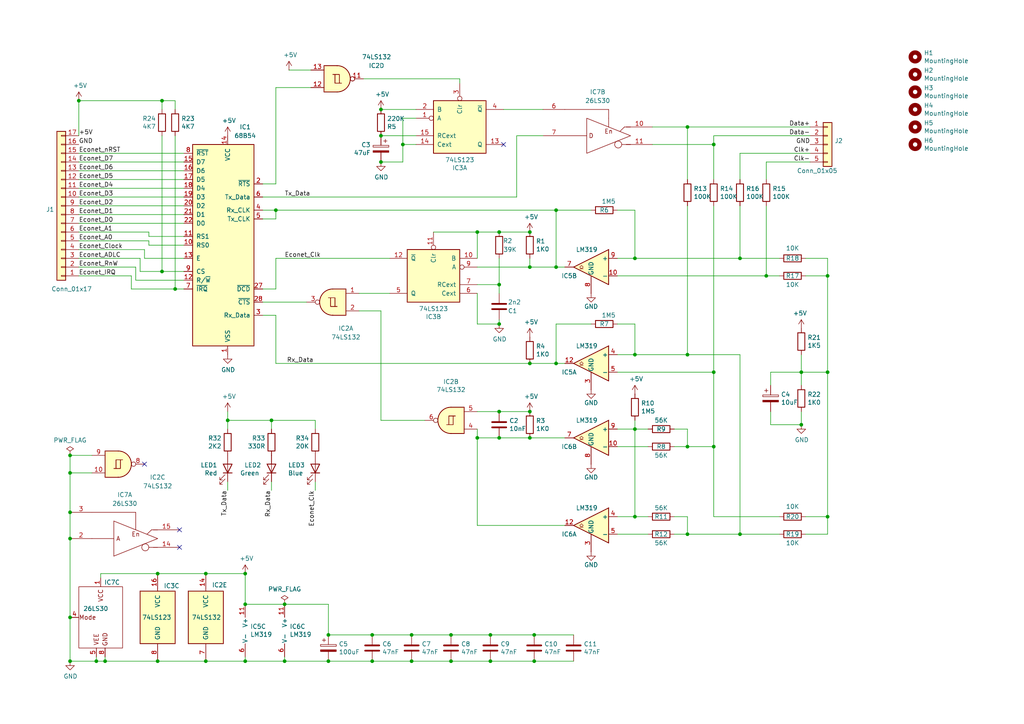
<source format=kicad_sch>
(kicad_sch (version 20250114) (generator "eeschema") (generator_version "9.0")
  (paper "A4")
  (title_block (title "Econet Module") (date "2025-03-17") (rev "01b") (company "Ken Lowe") (comment 1 "Rev 01: Initial Release") (comment 2 "Rev 01a: Correction to silkscreen") (comment 3 "Rev 01b: Added data activity and clock LEDs"))
  (lib_symbols
    (symbol "74xx:74LS132" (pin_names (offset 1.016))
      (property "Reference" "U" (at 0 1.27 0))
      (property "Value" "74LS132" (at 0 -1.27 0))
      (symbol "74LS132_1_1"
        (pin input line (at -7.62 2.54 0) (length 3.81) (name "~") (number "1"))
        (pin input line (at -7.62 -2.54 0) (length 3.81) (name "~") (number "2"))
        (pin output inverted (at 7.62 0 180) (length 3.81) (name "~") (number "3"))
      )
      (symbol "74LS132_1_2"
        (pin input inverted (at -7.62 2.54 0) (length 4.318) (name "~") (number "1"))
        (pin input inverted (at -7.62 -2.54 0) (length 4.318) (name "~") (number "2"))
        (pin output line (at 7.62 0 180) (length 3.81) (name "~") (number "3"))
      )
      (symbol "74LS132_2_1"
        (pin input line (at -7.62 2.54 0) (length 3.81) (name "~") (number "4"))
        (pin input line (at -7.62 -2.54 0) (length 3.81) (name "~") (number "5"))
        (pin output inverted (at 7.62 0 180) (length 3.81) (name "~") (number "6"))
      )
      (symbol "74LS132_2_2"
        (pin input inverted (at -7.62 2.54 0) (length 4.318) (name "~") (number "4"))
        (pin input inverted (at -7.62 -2.54 0) (length 4.318) (name "~") (number "5"))
        (pin output line (at 7.62 0 180) (length 3.81) (name "~") (number "6"))
      )
      (symbol "74LS132_3_1"
        (pin input line (at -7.62 2.54 0) (length 3.81) (name "~") (number "9"))
        (pin input line (at -7.62 -2.54 0) (length 3.81) (name "~") (number "10"))
        (pin output inverted (at 7.62 0 180) (length 3.81) (name "~") (number "8"))
      )
      (symbol "74LS132_3_2"
        (pin input inverted (at -7.62 2.54 0) (length 4.318) (name "~") (number "9"))
        (pin input inverted (at -7.62 -2.54 0) (length 4.318) (name "~") (number "10"))
        (pin output line (at 7.62 0 180) (length 3.81) (name "~") (number "8"))
      )
      (symbol "74LS132_4_1"
        (pin input line (at -7.62 2.54 0) (length 3.81) (name "~") (number "12"))
        (pin input line (at -7.62 -2.54 0) (length 3.81) (name "~") (number "13"))
        (pin output inverted (at 7.62 0 180) (length 3.81) (name "~") (number "11"))
      )
      (symbol "74LS132_4_2"
        (pin input inverted (at -7.62 2.54 0) (length 4.318) (name "~") (number "12"))
        (pin input inverted (at -7.62 -2.54 0) (length 4.318) (name "~") (number "13"))
        (pin output line (at 7.62 0 180) (length 3.81) (name "~") (number "11"))
      )
      (symbol "74LS132_5_0"
        (pin power_in line (at 0 12.7 270) (length 5.08) (name "VCC") (number "14"))
        (pin power_in line (at 0 -12.7 90) (length 5.08) (name "GND") (number "7"))
      )
    )
    (symbol "Comparator:LM319" (pin_names (offset 0.127))
      (property "Reference" "U" (at 0 6.35 0))
      (property "Value" "LM319" (at 0 3.81 0))
      (symbol "LM319_1_1"
        (pin input line (at -7.62 2.54 0) (length 2.54) (name "+") (number "4"))
        (pin input line (at -7.62 -2.54 0) (length 2.54) (name "-") (number "5"))
        (pin no_connect line (at 0 2.54 270) (length 2.54) (hide yes) (name "NC") (number "2"))
        (pin no_connect line (at 0 -2.54 90) (length 2.54) (hide yes) (name "NC") (number "1"))
        (pin passive line (at 0 -7.62 90) (length 5.08) (name "GND") (number "3"))
        (pin open_collector line (at 7.62 0 180) (length 2.54) (name "~") (number "12"))
      )
      (symbol "LM319_2_1"
        (pin input line (at -7.62 2.54 0) (length 2.54) (name "+") (number "9"))
        (pin input line (at -7.62 -2.54 0) (length 2.54) (name "-") (number "10"))
        (pin no_connect line (at 0 2.54 270) (length 2.54) (hide yes) (name "NC") (number "14"))
        (pin no_connect line (at 0 -2.54 90) (length 2.54) (hide yes) (name "NC") (number "13"))
        (pin passive line (at 0 -7.62 90) (length 5.08) (name "GND") (number "8"))
        (pin open_collector line (at 7.62 0 180) (length 2.54) (name "~") (number "7"))
      )
      (symbol "LM319_3_1"
        (pin power_in line (at -2.54 7.62 270) (length 3.81) (name "V+") (number "11"))
        (pin power_in line (at -2.54 -7.62 90) (length 3.81) (name "V-") (number "6"))
      )
    )
    (symbol "Connector_Generic:Conn_01x05" (pin_names (offset 1.016) (hide yes))
      (property "Reference" "J" (at 0 7.62 0))
      (property "Value" "Conn_01x05" (at 0 -7.62 0))
      (symbol "Conn_01x05_1_1"
        (pin passive line (at -5.08 5.08 0) (length 3.81) (name "Pin_1") (number "1"))
        (pin passive line (at -5.08 2.54 0) (length 3.81) (name "Pin_2") (number "2"))
        (pin passive line (at -5.08 0 0) (length 3.81) (name "Pin_3") (number "3"))
        (pin passive line (at -5.08 -2.54 0) (length 3.81) (name "Pin_4") (number "4"))
        (pin passive line (at -5.08 -5.08 0) (length 3.81) (name "Pin_5") (number "5"))
      )
    )
    (symbol "Connector_Generic:Conn_01x17" (pin_names (offset 1.016) (hide yes))
      (property "Reference" "J" (at 0 22.86 0))
      (property "Value" "Conn_01x17" (at 0 -22.86 0))
      (symbol "Conn_01x17_1_1"
        (pin passive line (at -5.08 20.32 0) (length 3.81) (name "Pin_1") (number "1"))
        (pin passive line (at -5.08 17.78 0) (length 3.81) (name "Pin_2") (number "2"))
        (pin passive line (at -5.08 15.24 0) (length 3.81) (name "Pin_3") (number "3"))
        (pin passive line (at -5.08 12.7 0) (length 3.81) (name "Pin_4") (number "4"))
        (pin passive line (at -5.08 10.16 0) (length 3.81) (name "Pin_5") (number "5"))
        (pin passive line (at -5.08 7.62 0) (length 3.81) (name "Pin_6") (number "6"))
        (pin passive line (at -5.08 5.08 0) (length 3.81) (name "Pin_7") (number "7"))
        (pin passive line (at -5.08 2.54 0) (length 3.81) (name "Pin_8") (number "8"))
        (pin passive line (at -5.08 0 0) (length 3.81) (name "Pin_9") (number "9"))
        (pin passive line (at -5.08 -2.54 0) (length 3.81) (name "Pin_10") (number "10"))
        (pin passive line (at -5.08 -5.08 0) (length 3.81) (name "Pin_11") (number "11"))
        (pin passive line (at -5.08 -7.62 0) (length 3.81) (name "Pin_12") (number "12"))
        (pin passive line (at -5.08 -10.16 0) (length 3.81) (name "Pin_13") (number "13"))
        (pin passive line (at -5.08 -12.7 0) (length 3.81) (name "Pin_14") (number "14"))
        (pin passive line (at -5.08 -15.24 0) (length 3.81) (name "Pin_15") (number "15"))
        (pin passive line (at -5.08 -17.78 0) (length 3.81) (name "Pin_16") (number "16"))
        (pin passive line (at -5.08 -20.32 0) (length 3.81) (name "Pin_17") (number "17"))
      )
    )
    (symbol "Device:C" (pin_numbers (hide yes)) (pin_names (offset 0.254))
      (property "Reference" "C" (at 0.635 2.54 0))
      (property "Value" "C" (at 0.635 -2.54 0))
      (symbol "C_1_1"
        (pin passive line (at 0 3.81 270) (length 2.794) (name "~") (number "1"))
        (pin passive line (at 0 -3.81 90) (length 2.794) (name "~") (number "2"))
      )
    )
    (symbol "Device:C_Polarized" (pin_numbers (hide yes)) (pin_names (offset 0.254))
      (property "Reference" "C" (at 0.635 2.54 0))
      (property "Value" "C_Polarized" (at 0.635 -2.54 0))
      (symbol "C_Polarized_1_1"
        (pin passive line (at 0 3.81 270) (length 2.794) (name "~") (number "1"))
        (pin passive line (at 0 -3.81 90) (length 2.794) (name "~") (number "2"))
      )
    )
    (symbol "Device:LED" (pin_numbers (hide yes)) (pin_names (offset 1.016) (hide yes))
      (property "Reference" "D" (at 0 2.54 0))
      (property "Value" "LED" (at 0 -2.54 0))
      (symbol "LED_1_1"
        (pin passive line (at -3.81 0 0) (length 2.54) (name "K") (number "1"))
        (pin passive line (at 3.81 0 180) (length 2.54) (name "A") (number "2"))
      )
    )
    (symbol "Device:R" (pin_numbers (hide yes)) (pin_names (offset 0))
      (property "Reference" "R" (at 2.032 0 90))
      (property "Value" "R" (at 0 0 90))
      (symbol "R_1_1"
        (pin passive line (at 0 3.81 270) (length 1.27) (name "~") (number "1"))
        (pin passive line (at 0 -3.81 90) (length 1.27) (name "~") (number "2"))
      )
    )
    (symbol "EconetModule:74LS123" (pin_names (offset 1.016))
      (property "Reference" "U" (at -7.62 8.89 0))
      (property "Value" "74LS123" (at -7.62 -8.89 0))
      (symbol "74LS123_1_0"
        (pin input line (at -12.7 5.08 0) (length 5.08) (name "Cext") (number "14"))
        (pin input line (at -12.7 2.54 0) (length 5.08) (name "RCext") (number "15"))
        (pin input inverted (at -12.7 -2.54 0) (length 5.08) (name "A") (number "1"))
        (pin input line (at -12.7 -5.08 0) (length 5.08) (name "B") (number "2"))
        (pin input inverted (at 0 -12.7 90) (length 5.08) (name "Clr") (number "3"))
        (pin output line (at 12.7 5.08 180) (length 5.08) (name "Q") (number "13"))
        (pin output line (at 12.7 -5.08 180) (length 5.08) (name "~{Q}") (number "4"))
      )
      (symbol "74LS123_2_0"
        (pin input line (at -12.7 5.08 0) (length 5.08) (name "Cext") (number "6"))
        (pin input line (at -12.7 2.54 0) (length 5.08) (name "RCext") (number "7"))
        (pin input inverted (at -12.7 -2.54 0) (length 5.08) (name "A") (number "9"))
        (pin input line (at -12.7 -5.08 0) (length 5.08) (name "B") (number "10"))
        (pin input inverted (at 0 -12.7 90) (length 5.08) (name "Clr") (number "11"))
        (pin output line (at 12.7 5.08 180) (length 5.08) (name "Q") (number "5"))
        (pin output line (at 12.7 -5.08 180) (length 5.08) (name "~{Q}") (number "12"))
      )
      (symbol "74LS123_3_0"
        (pin power_in line (at 0 12.7 270) (length 5.08) (name "VCC") (number "16"))
        (pin power_in line (at 0 -12.7 90) (length 5.08) (name "GND") (number "8"))
      )
    )
    (symbol "EconetModule:MC26LS30" (pin_names (offset 1.016) (hide yes))
      (property "Reference" "U" (at -17.78 11.43 0))
      (property "Value" "MC26LS30" (at 5.08 6.35 0))
      (symbol "MC26LS30_1_0"
        (text "A" (at -5.08 0 0) (effects (font (size 1.27 1.27))))
        (text "En" (at 0 1.27 0) (effects (font (size 1.27 1.27))))
      )
      (symbol "MC26LS30_1_1"
        (pin input line (at -19.05 7.62 0) (length 6.35) (name "/EnableAB") (number "3"))
        (pin input line (at -19.05 0 0) (length 6.35) (name "InputA") (number "2"))
        (pin tri_state line (at 12.7 2.54 180) (length 7.62) (name "OutA") (number "15"))
        (pin tri_state line (at 12.7 -2.54 180) (length 7.62) (name "OutB") (number "14"))
      )
      (symbol "MC26LS30_2_0"
        (text "D" (at -5.08 0 0) (effects (font (size 1.27 1.27))))
        (text "En" (at 0 1.27 0) (effects (font (size 1.27 1.27))))
      )
      (symbol "MC26LS30_2_1"
        (pin input line (at -19.05 7.62 0) (length 6.35) (name "EnableCD") (number "6"))
        (pin input line (at -19.05 0 0) (length 6.35) (name "InputD") (number "7"))
        (pin tri_state line (at 12.7 2.54 180) (length 7.62) (name "OutD") (number "10"))
        (pin tri_state line (at 12.7 -2.54 180) (length 7.62) (name "OutC") (number "11"))
      )
      (symbol "MC26LS30_3_0"
        (text "Mode" (at -12.7 2.54 0) (effects (font (size 1.27 1.27))))
        (text "VEE" (at -10.16 -3.81 900) (effects (font (size 1.27 1.27))))
        (text "VCC" (at -8.89 8.89 900) (effects (font (size 1.27 1.27))))
        (text "GND" (at -7.62 -3.81 900) (effects (font (size 1.27 1.27))))
        (pin input line (at -17.78 2.54 0) (length 2.54) (name "Mode") (number "4"))
        (pin power_in line (at -10.16 -8.89 90) (length 2.54) (name "GND") (number "5"))
        (pin power_in line (at -8.89 13.97 270) (length 2.54) (name "VCC") (number "1"))
        (pin power_in line (at -7.62 -8.89 90) (length 2.54) (name "VEE") (number "8"))
        (pin no_connect non_logic (at 0 2.54 180) (length 2.54) (hide yes) (name "") (number "9"))
        (pin no_connect non_logic (at 0 0 180) (length 2.54) (hide yes) (name "") (number "12"))
        (pin no_connect non_logic (at 0 -2.54 180) (length 2.54) (hide yes) (name "") (number "13"))
        (pin no_connect non_logic (at 0 -5.08 180) (length 2.54) (hide yes) (name "") (number "16"))
      )
    )
    (symbol "EconetModule:MC6854" (pin_names (offset 1.016))
      (property "Reference" "U" (at -7.366 31.75 0))
      (property "Value" "MC6854" (at 10.414 31.75 0))
      (symbol "MC6854_1_1"
        (pin input line (at -12.7 27.94 0) (length 2.54) (name "~{RST}") (number "8"))
        (pin bidirectional line (at -12.7 25.4 0) (length 2.54) (name "D7") (number "15"))
        (pin bidirectional line (at -12.7 22.86 0) (length 2.54) (name "D6") (number "16"))
        (pin bidirectional line (at -12.7 20.32 0) (length 2.54) (name "D5") (number "17"))
        (pin bidirectional line (at -12.7 17.78 0) (length 2.54) (name "D4") (number "18"))
        (pin bidirectional line (at -12.7 15.24 0) (length 2.54) (name "D3") (number "19"))
        (pin bidirectional line (at -12.7 12.7 0) (length 2.54) (name "D2") (number "20"))
        (pin bidirectional line (at -12.7 10.16 0) (length 2.54) (name "D1") (number "21"))
        (pin bidirectional line (at -12.7 7.62 0) (length 2.54) (name "D0") (number "22"))
        (pin input line (at -12.7 3.81 0) (length 2.54) (name "RS1") (number "11"))
        (pin input line (at -12.7 1.27 0) (length 2.54) (name "RS0") (number "10"))
        (pin input line (at -12.7 -2.54 0) (length 2.54) (name "E") (number "13"))
        (pin input line (at -12.7 -6.35 0) (length 2.54) (name "CS") (number "9"))
        (pin input line (at -12.7 -8.89 0) (length 2.54) (name "R/~{W}") (number "12"))
        (pin output line (at -12.7 -11.43 0) (length 2.54) (name "~{IRQ}") (number "7"))
        (pin no_connect line (at -12.7 -15.24 0) (length 2.54) (hide yes) (name "N/C") (number "23"))
        (pin no_connect line (at -12.7 -17.78 0) (length 2.54) (hide yes) (name "N/C") (number "24"))
        (pin no_connect line (at -12.7 -20.32 0) (length 2.54) (hide yes) (name "N/C") (number "25"))
        (pin no_connect line (at -12.7 -22.86 0) (length 2.54) (hide yes) (name "N/C") (number "26"))
        (pin power_in line (at 0 33.02 270) (length 2.54) (name "VCC") (number "14"))
        (pin power_in line (at 0 -30.48 90) (length 2.54) (name "VSS") (number "1"))
        (pin output line (at 10.16 19.05 180) (length 2.54) (name "~{RTS}") (number "2"))
        (pin output line (at 10.16 15.24 180) (length 2.54) (name "Tx_Data") (number "6"))
        (pin input line (at 10.16 11.43 180) (length 2.54) (name "Rx_CLK") (number "4"))
        (pin input line (at 10.16 8.89 180) (length 2.54) (name "Tx_CLK") (number "5"))
        (pin input line (at 10.16 -11.43 180) (length 2.54) (name "~{DCD}") (number "27"))
        (pin input line (at 10.16 -15.24 180) (length 2.54) (name "~{CTS}") (number "28"))
        (pin input line (at 10.16 -19.05 180) (length 2.54) (name "Rx_Data") (number "3"))
      )
    )
    (symbol "Mechanical:MountingHole" (pin_names (offset 1.016))
      (property "Reference" "H" (at 0 5.08 0))
      (property "Value" "MountingHole" (at 0 3.175 0))
    )
    (symbol "power:+5V" (power) (pin_numbers (hide yes)) (pin_names (offset 0) (hide yes))
      (property "Value" "+5V" (at 0 3.556 0))
      (symbol "+5V_1_1"
        (pin power_in line (at 0 0 90) (length 0) (name "~") (number "1"))
      )
    )
    (symbol "power:GND" (power) (pin_numbers (hide yes)) (pin_names (offset 0) (hide yes))
      (property "Value" "GND" (at 0 -3.81 0))
      (symbol "GND_1_1"
        (pin power_in line (at 0 0 270) (length 0) (name "~") (number "1"))
      )
    )
    (symbol "power:PWR_FLAG" (power) (pin_numbers (hide yes)) (pin_names (offset 0) (hide yes))
      (property "Value" "PWR_FLAG" (at 0 3.81 0))
      (symbol "PWR_FLAG_0_0"
        (pin power_out line (at 0 0 90) (length 0) (name "pwr") (number "1"))
      )
    )
  )
  (junction (at 30.48 191.77))
  (junction (at 144.78 82.55))
  (junction (at 80.01 60.96))
  (junction (at 46.99 78.74))
  (junction (at 153.67 105.41))
  (junction (at 66.04 121.92))
  (junction (at 222.25 80.01))
  (junction (at 199.39 129.54))
  (junction (at 232.41 107.95))
  (junction (at 110.49 31.75))
  (junction (at 142.24 191.77))
  (junction (at 154.94 191.77))
  (junction (at 59.69 191.77))
  (junction (at 161.29 77.47))
  (junction (at 138.43 127))
  (junction (at 59.69 166.37))
  (junction (at 27.94 191.77))
  (junction (at 184.15 102.87))
  (junction (at 184.15 149.86))
  (junction (at 240.03 80.01))
  (junction (at 71.12 175.26))
  (junction (at 232.41 123.19))
  (junction (at 153.67 119.38))
  (junction (at 82.55 175.26))
  (junction (at 82.55 191.77))
  (junction (at 110.49 39.37))
  (junction (at 184.15 74.93))
  (junction (at 22.86 29.21))
  (junction (at 153.67 77.47))
  (junction (at 107.95 184.15))
  (junction (at 240.03 149.86))
  (junction (at 46.99 29.21))
  (junction (at 20.32 156.21))
  (junction (at 207.01 41.91))
  (junction (at 110.49 46.99))
  (junction (at 20.32 191.77))
  (junction (at 20.32 148.59))
  (junction (at 144.78 119.38))
  (junction (at 144.78 93.98))
  (junction (at 142.24 184.15))
  (junction (at 144.78 67.31))
  (junction (at 78.74 121.92))
  (junction (at 184.15 124.46))
  (junction (at 199.39 36.83))
  (junction (at 130.81 191.77))
  (junction (at 116.84 41.91))
  (junction (at 50.8 83.82))
  (junction (at 20.32 137.16))
  (junction (at 199.39 154.94))
  (junction (at 20.32 179.07))
  (junction (at 130.81 184.15))
  (junction (at 107.95 191.77))
  (junction (at 207.01 107.95))
  (junction (at 119.38 184.15))
  (junction (at 214.63 154.94))
  (junction (at 199.39 102.87))
  (junction (at 95.25 191.77))
  (junction (at 20.32 132.08))
  (junction (at 45.72 166.37))
  (junction (at 154.94 184.15))
  (junction (at 153.67 67.31))
  (junction (at 144.78 127))
  (junction (at 207.01 129.54))
  (junction (at 161.29 105.41))
  (junction (at 138.43 67.31))
  (junction (at 95.25 184.15))
  (junction (at 71.12 166.37))
  (junction (at 161.29 60.96))
  (junction (at 153.67 127))
  (junction (at 119.38 191.77))
  (junction (at 71.12 191.77))
  (junction (at 45.72 191.77))
  (junction (at 240.03 107.95))
  (junction (at 214.63 74.93))
  (no_connect (at 146.05 41.91))
  (no_connect (at 41.91 134.62))
  (no_connect (at 52.07 158.75))
  (no_connect (at 52.07 153.67))
  (wire (pts (xy 120.65 31.75) (xy 110.49 31.75)))
  (wire (pts (xy 66.04 121.92) (xy 78.74 121.92)))
  (wire (pts (xy 43.18 67.31) (xy 43.18 68.58)))
  (wire (pts (xy 46.99 31.75) (xy 46.99 29.21)))
  (wire (pts (xy 116.84 34.29) (xy 120.65 34.29)))
  (wire (pts (xy 153.67 74.93) (xy 153.67 77.47)))
  (wire (pts (xy 39.37 81.28) (xy 53.34 81.28)))
  (wire (pts (xy 22.86 46.99) (xy 53.34 46.99)))
  (wire (pts (xy 179.07 74.93) (xy 184.15 74.93)))
  (wire (pts (xy 240.03 149.86) (xy 240.03 154.94)))
  (wire (pts (xy 195.58 124.46) (xy 199.39 124.46)))
  (wire (pts (xy 43.18 69.85) (xy 43.18 71.12)))
  (wire (pts (xy 119.38 184.15) (xy 130.81 184.15)))
  (wire (pts (xy 146.05 31.75) (xy 157.48 31.75)))
  (wire (pts (xy 20.32 137.16) (xy 20.32 148.59)))
  (wire (pts (xy 76.2 60.96) (xy 80.01 60.96)))
  (wire (pts (xy 20.32 148.59) (xy 20.32 156.21)))
  (wire (pts (xy 184.15 74.93) (xy 214.63 74.93)))
  (wire (pts (xy 22.86 80.01) (xy 38.1 80.01)))
  (wire (pts (xy 22.86 57.15) (xy 53.34 57.15)))
  (wire (pts (xy 240.03 74.93) (xy 240.03 80.01)))
  (wire (pts (xy 184.15 121.92) (xy 184.15 124.46)))
  (wire (pts (xy 76.2 83.82) (xy 80.01 83.82)))
  (wire (pts (xy 82.55 175.26) (xy 71.12 175.26)))
  (wire (pts (xy 199.39 102.87) (xy 214.63 102.87)))
  (wire (pts (xy 30.48 191.77) (xy 45.72 191.77)))
  (wire (pts (xy 138.43 152.4) (xy 163.83 152.4)))
  (wire (pts (xy 95.25 191.77) (xy 107.95 191.77)))
  (wire (pts (xy 214.63 52.07) (xy 214.63 44.45)))
  (wire (pts (xy 110.49 46.99) (xy 116.84 46.99)))
  (wire (pts (xy 38.1 83.82) (xy 50.8 83.82)))
  (wire (pts (xy 138.43 67.31) (xy 144.78 67.31)))
  (wire (pts (xy 144.78 82.55) (xy 144.78 85.09)))
  (wire (pts (xy 20.32 132.08) (xy 26.67 132.08)))
  (wire (pts (xy 195.58 154.94) (xy 199.39 154.94)))
  (wire (pts (xy 80.01 60.96) (xy 161.29 60.96)))
  (wire (pts (xy 119.38 191.77) (xy 107.95 191.77)))
  (wire (pts (xy 240.03 107.95) (xy 240.03 149.86)))
  (wire (pts (xy 207.01 107.95) (xy 207.01 129.54)))
  (wire (pts (xy 22.86 67.31) (xy 43.18 67.31)))
  (wire (pts (xy 82.55 175.26) (xy 95.25 175.26)))
  (wire (pts (xy 43.18 71.12) (xy 53.34 71.12)))
  (wire (pts (xy 30.48 190.5) (xy 30.48 191.77)))
  (wire (pts (xy 207.01 59.69) (xy 207.01 107.95)))
  (wire (pts (xy 138.43 77.47) (xy 153.67 77.47)))
  (wire (pts (xy 149.86 39.37) (xy 157.48 39.37)))
  (wire (pts (xy 184.15 93.98) (xy 184.15 102.87)))
  (wire (pts (xy 66.04 121.92) (xy 66.04 119.38)))
  (wire (pts (xy 27.94 191.77) (xy 30.48 191.77)))
  (wire (pts (xy 105.41 22.86) (xy 133.35 22.86)))
  (wire (pts (xy 22.86 69.85) (xy 43.18 69.85)))
  (wire (pts (xy 22.86 49.53) (xy 53.34 49.53)))
  (wire (pts (xy 179.07 154.94) (xy 187.96 154.94)))
  (wire (pts (xy 199.39 149.86) (xy 199.39 154.94)))
  (wire (pts (xy 110.49 121.92) (xy 123.19 121.92)))
  (wire (pts (xy 223.52 111.76) (xy 223.52 107.95)))
  (wire (pts (xy 80.01 53.34) (xy 76.2 53.34)))
  (wire (pts (xy 116.84 34.29) (xy 116.84 41.91)))
  (wire (pts (xy 222.25 52.07) (xy 222.25 46.99)))
  (wire (pts (xy 153.67 105.41) (xy 161.29 105.41)))
  (wire (pts (xy 149.86 39.37) (xy 149.86 57.15)))
  (wire (pts (xy 154.94 184.15) (xy 166.37 184.15)))
  (wire (pts (xy 138.43 85.09) (xy 138.43 93.98)))
  (wire (pts (xy 95.25 184.15) (xy 107.95 184.15)))
  (wire (pts (xy 20.32 191.77) (xy 27.94 191.77)))
  (wire (pts (xy 184.15 124.46) (xy 187.96 124.46)))
  (wire (pts (xy 130.81 184.15) (xy 142.24 184.15)))
  (wire (pts (xy 59.69 166.37) (xy 71.12 166.37)))
  (wire (pts (xy 144.78 74.93) (xy 144.78 82.55)))
  (wire (pts (xy 233.68 80.01) (xy 240.03 80.01)))
  (wire (pts (xy 20.32 137.16) (xy 26.67 137.16)))
  (wire (pts (xy 22.86 62.23) (xy 53.34 62.23)))
  (wire (pts (xy 207.01 129.54) (xy 207.01 149.86)))
  (wire (pts (xy 104.14 90.17) (xy 110.49 90.17)))
  (wire (pts (xy 78.74 121.92) (xy 91.44 121.92)))
  (wire (pts (xy 240.03 74.93) (xy 233.68 74.93)))
  (wire (pts (xy 199.39 36.83) (xy 234.95 36.83)))
  (wire (pts (xy 46.99 78.74) (xy 53.34 78.74)))
  (wire (pts (xy 50.8 39.37) (xy 50.8 83.82)))
  (wire (pts (xy 45.72 191.77) (xy 59.69 191.77)))
  (wire (pts (xy 179.07 102.87) (xy 184.15 102.87)))
  (wire (pts (xy 189.23 41.91) (xy 207.01 41.91)))
  (wire (pts (xy 78.74 139.7) (xy 78.74 142.24)))
  (wire (pts (xy 59.69 191.77) (xy 71.12 191.77)))
  (wire (pts (xy 161.29 60.96) (xy 161.29 77.47)))
  (wire (pts (xy 138.43 74.93) (xy 138.43 67.31)))
  (wire (pts (xy 161.29 93.98) (xy 171.45 93.98)))
  (wire (pts (xy 41.91 72.39) (xy 41.91 74.93)))
  (wire (pts (xy 144.78 127) (xy 153.67 127)))
  (wire (pts (xy 232.41 111.76) (xy 232.41 107.95)))
  (wire (pts (xy 161.29 60.96) (xy 171.45 60.96)))
  (wire (pts (xy 138.43 119.38) (xy 144.78 119.38)))
  (wire (pts (xy 189.23 36.83) (xy 199.39 36.83)))
  (wire (pts (xy 80.01 60.96) (xy 80.01 63.5)))
  (wire (pts (xy 154.94 191.77) (xy 142.24 191.77)))
  (wire (pts (xy 80.01 105.41) (xy 153.67 105.41)))
  (wire (pts (xy 22.86 52.07) (xy 53.34 52.07)))
  (wire (pts (xy 107.95 184.15) (xy 119.38 184.15)))
  (wire (pts (xy 153.67 77.47) (xy 161.29 77.47)))
  (wire (pts (xy 20.32 179.07) (xy 20.32 191.77)))
  (wire (pts (xy 43.18 68.58) (xy 53.34 68.58)))
  (wire (pts (xy 83.82 20.32) (xy 90.17 20.32)))
  (wire (pts (xy 207.01 39.37) (xy 207.01 41.91)))
  (wire (pts (xy 22.86 29.21) (xy 22.86 39.37)))
  (wire (pts (xy 144.78 119.38) (xy 153.67 119.38)))
  (wire (pts (xy 22.86 77.47) (xy 39.37 77.47)))
  (wire (pts (xy 161.29 105.41) (xy 163.83 105.41)))
  (wire (pts (xy 199.39 129.54) (xy 207.01 129.54)))
  (wire (pts (xy 232.41 123.19) (xy 232.41 119.38)))
  (wire (pts (xy 20.32 132.08) (xy 20.32 137.16)))
  (wire (pts (xy 91.44 124.46) (xy 91.44 121.92)))
  (wire (pts (xy 142.24 184.15) (xy 154.94 184.15)))
  (wire (pts (xy 233.68 149.86) (xy 240.03 149.86)))
  (wire (pts (xy 240.03 107.95) (xy 232.41 107.95)))
  (wire (pts (xy 66.04 139.7) (xy 66.04 142.24)))
  (wire (pts (xy 22.86 54.61) (xy 53.34 54.61)))
  (wire (pts (xy 71.12 191.77) (xy 71.12 190.5)))
  (wire (pts (xy 40.64 74.93) (xy 40.64 78.74)))
  (wire (pts (xy 66.04 124.46) (xy 66.04 121.92)))
  (wire (pts (xy 179.07 149.86) (xy 184.15 149.86)))
  (wire (pts (xy 78.74 124.46) (xy 78.74 121.92)))
  (wire (pts (xy 95.25 191.77) (xy 82.55 191.77)))
  (wire (pts (xy 232.41 102.87) (xy 232.41 107.95)))
  (wire (pts (xy 45.72 166.37) (xy 29.21 166.37)))
  (wire (pts (xy 22.86 59.69) (xy 53.34 59.69)))
  (wire (pts (xy 199.39 124.46) (xy 199.39 129.54)))
  (wire (pts (xy 22.86 64.77) (xy 53.34 64.77)))
  (wire (pts (xy 76.2 63.5) (xy 80.01 63.5)))
  (wire (pts (xy 138.43 93.98) (xy 144.78 93.98)))
  (wire (pts (xy 80.01 83.82) (xy 80.01 74.93)))
  (wire (pts (xy 184.15 60.96) (xy 184.15 74.93)))
  (wire (pts (xy 184.15 102.87) (xy 199.39 102.87)))
  (wire (pts (xy 50.8 29.21) (xy 46.99 29.21)))
  (wire (pts (xy 110.49 90.17) (xy 110.49 121.92)))
  (wire (pts (xy 116.84 41.91) (xy 120.65 41.91)))
  (wire (pts (xy 20.32 156.21) (xy 20.32 179.07)))
  (wire (pts (xy 82.55 190.5) (xy 82.55 191.77)))
  (wire (pts (xy 207.01 41.91) (xy 207.01 52.07)))
  (wire (pts (xy 91.44 139.7) (xy 91.44 142.24)))
  (wire (pts (xy 223.52 123.19) (xy 232.41 123.19)))
  (wire (pts (xy 179.07 60.96) (xy 184.15 60.96)))
  (wire (pts (xy 80.01 91.44) (xy 80.01 105.41)))
  (wire (pts (xy 222.25 80.01) (xy 226.06 80.01)))
  (wire (pts (xy 41.91 74.93) (xy 53.34 74.93)))
  (wire (pts (xy 199.39 59.69) (xy 199.39 102.87)))
  (wire (pts (xy 207.01 149.86) (xy 226.06 149.86)))
  (wire (pts (xy 95.25 175.26) (xy 95.25 184.15)))
  (wire (pts (xy 214.63 102.87) (xy 214.63 154.94)))
  (wire (pts (xy 80.01 74.93) (xy 113.03 74.93)))
  (wire (pts (xy 76.2 87.63) (xy 88.9 87.63)))
  (wire (pts (xy 22.86 72.39) (xy 41.91 72.39)))
  (wire (pts (xy 116.84 41.91) (xy 116.84 46.99)))
  (wire (pts (xy 233.68 154.94) (xy 240.03 154.94)))
  (wire (pts (xy 179.07 80.01) (xy 222.25 80.01)))
  (wire (pts (xy 214.63 154.94) (xy 226.06 154.94)))
  (wire (pts (xy 223.52 119.38) (xy 223.52 123.19)))
  (wire (pts (xy 199.39 154.94) (xy 214.63 154.94)))
  (wire (pts (xy 50.8 83.82) (xy 53.34 83.82)))
  (wire (pts (xy 110.49 39.37) (xy 120.65 39.37)))
  (wire (pts (xy 76.2 57.15) (xy 149.86 57.15)))
  (wire (pts (xy 82.55 191.77) (xy 71.12 191.77)))
  (wire (pts (xy 184.15 149.86) (xy 187.96 149.86)))
  (wire (pts (xy 22.86 44.45) (xy 53.34 44.45)))
  (wire (pts (xy 29.21 166.37) (xy 29.21 167.64)))
  (wire (pts (xy 38.1 80.01) (xy 38.1 83.82)))
  (wire (pts (xy 27.94 190.5) (xy 27.94 191.77)))
  (wire (pts (xy 46.99 39.37) (xy 46.99 78.74)))
  (wire (pts (xy 104.14 85.09) (xy 113.03 85.09)))
  (wire (pts (xy 46.99 29.21) (xy 22.86 29.21)))
  (wire (pts (xy 240.03 80.01) (xy 240.03 107.95)))
  (wire (pts (xy 138.43 127) (xy 144.78 127)))
  (wire (pts (xy 199.39 52.07) (xy 199.39 36.83)))
  (wire (pts (xy 166.37 191.77) (xy 154.94 191.77)))
  (wire (pts (xy 138.43 124.46) (xy 138.43 127)))
  (wire (pts (xy 179.07 107.95) (xy 207.01 107.95)))
  (wire (pts (xy 50.8 31.75) (xy 50.8 29.21)))
  (wire (pts (xy 214.63 59.69) (xy 214.63 74.93)))
  (wire (pts (xy 39.37 77.47) (xy 39.37 81.28)))
  (wire (pts (xy 222.25 46.99) (xy 234.95 46.99)))
  (wire (pts (xy 161.29 93.98) (xy 161.29 105.41)))
  (wire (pts (xy 138.43 67.31) (xy 125.73 67.31)))
  (wire (pts (xy 223.52 107.95) (xy 232.41 107.95)))
  (wire (pts (xy 214.63 44.45) (xy 234.95 44.45)))
  (wire (pts (xy 179.07 93.98) (xy 184.15 93.98)))
  (wire (pts (xy 184.15 124.46) (xy 184.15 149.86)))
  (wire (pts (xy 214.63 74.93) (xy 226.06 74.93)))
  (wire (pts (xy 144.78 67.31) (xy 153.67 67.31)))
  (wire (pts (xy 45.72 166.37) (xy 59.69 166.37)))
  (wire (pts (xy 22.86 74.93) (xy 40.64 74.93)))
  (wire (pts (xy 138.43 82.55) (xy 144.78 82.55)))
  (wire (pts (xy 207.01 39.37) (xy 234.95 39.37)))
  (wire (pts (xy 142.24 191.77) (xy 130.81 191.77)))
  (wire (pts (xy 144.78 93.98) (xy 144.78 92.71)))
  (wire (pts (xy 179.07 129.54) (xy 187.96 129.54)))
  (wire (pts (xy 80.01 25.4) (xy 90.17 25.4)))
  (wire (pts (xy 71.12 166.37) (xy 71.12 175.26)))
  (wire (pts (xy 80.01 25.4) (xy 80.01 53.34)))
  (wire (pts (xy 222.25 59.69) (xy 222.25 80.01)))
  (wire (pts (xy 40.64 78.74) (xy 46.99 78.74)))
  (wire (pts (xy 195.58 129.54) (xy 199.39 129.54)))
  (wire (pts (xy 133.35 22.86) (xy 133.35 24.13)))
  (wire (pts (xy 195.58 149.86) (xy 199.39 149.86)))
  (wire (pts (xy 161.29 77.47) (xy 163.83 77.47)))
  (wire (pts (xy 138.43 127) (xy 138.43 152.4)))
  (wire (pts (xy 76.2 91.44) (xy 80.01 91.44)))
  (wire (pts (xy 179.07 124.46) (xy 184.15 124.46)))
  (wire (pts (xy 130.81 191.77) (xy 119.38 191.77)))
  (wire (pts (xy 153.67 127) (xy 163.83 127)))
  (label "Econet_D1" (at 22.86 62.23 0))
  (label "Tx_Data" (at 82.55 57.15 0))
  (label "Econet_D2" (at 22.86 59.69 0))
  (label "Econet_RnW" (at 22.86 77.47 0))
  (label "Clk-" (at 234.95 46.99 180))
  (label "Econet_D6" (at 22.86 49.53 0))
  (label "Data+" (at 234.95 36.83 180))
  (label "Rx_Data" (at 78.74 142.24 270))
  (label "Data-" (at 234.95 39.37 180))
  (label "Econet_D0" (at 22.86 64.77 0))
  (label "Econet_D5" (at 22.86 52.07 0))
  (label "Tx_Data" (at 66.04 142.24 270))
  (label "GND" (at 234.95 41.91 180))
  (label "Econet_Clk" (at 91.44 142.24 270))
  (label "Econet_D4" (at 22.86 54.61 0))
  (label "Econet_A0" (at 22.86 69.85 0))
  (label "Econet_D7" (at 22.86 46.99 0))
  (label "Econet_Clk" (at 82.55 74.93 0))
  (label "GND" (at 22.86 41.91 0))
  (label "Clk+" (at 234.95 44.45 180))
  (label "Econet_A1" (at 22.86 67.31 0))
  (label "Econet_ADLC" (at 22.86 74.93 0))
  (label "Econet_nRST" (at 22.86 44.45 0))
  (label "Econet_IRQ" (at 22.86 80.01 0))
  (label "Rx_Data" (at 83.185 105.41 0))
  (label "+5V" (at 22.86 39.37 0))
  (label "Econet_Clock" (at 22.86 72.39 0))
  (label "Econet_D3" (at 22.86 57.15 0))
  (symbol (lib_id "Mechanical:MountingHole") (at 265.43 16.51 0) (unit 1)
    (property "Reference" "H1" (at 267.97 15.3416 0) (effects (justify left)))
    (property "Value" "MountingHole" (at 267.97 17.653 0) (effects (justify left)))
    (property "Footprint" "MountingHole:MountingHole_2.7mm" (effects (hide yes)))
  )
  (symbol (lib_id "Mechanical:MountingHole") (at 265.43 21.59 0) (unit 1)
    (property "Reference" "H2" (at 267.97 20.4216 0) (effects (justify left)))
    (property "Value" "MountingHole" (at 267.97 22.733 0) (effects (justify left)))
    (property "Footprint" "MountingHole:MountingHole_2.7mm" (effects (hide yes)))
  )
  (symbol (lib_id "Mechanical:MountingHole") (at 265.43 26.67 0) (unit 1)
    (property "Reference" "H3" (at 267.97 25.5016 0) (effects (justify left)))
    (property "Value" "MountingHole" (at 267.97 27.813 0) (effects (justify left)))
    (property "Footprint" "MountingHole:MountingHole_2.7mm" (effects (hide yes)))
  )
  (symbol (lib_id "Mechanical:MountingHole") (at 265.43 31.75 0) (unit 1)
    (property "Reference" "H4" (at 267.97 30.5816 0) (effects (justify left)))
    (property "Value" "MountingHole" (at 267.97 32.893 0) (effects (justify left)))
    (property "Footprint" "MountingHole:MountingHole_2.7mm" (effects (hide yes)))
  )
  (symbol (lib_id "Comparator:LM319") (at 73.66 182.88 0) (unit 3)
    (property "Reference" "IC5" (at 72.5932 181.7116 0) (effects (justify left)))
    (property "Value" "LM319" (at 72.5932 184.023 0) (effects (justify left)))
    (property "Footprint" "Package_DIP:DIP-14_W7.62mm" (effects (hide yes)))
    (property "Datasheet" "http://www.ti.com/lit/ds/symlink/lm319-n.pdf" (effects (hide yes)))
    (property "Description" "High Speed Dual Comparator, DIP-14/SOIC-14" (effects (hide yes)))
  )
  (symbol (lib_id "EconetModule:74LS123") (at 45.72 179.07 0) (mirror y) (unit 3)
    (property "Reference" "IC3" (at 49.784 169.926 0))
    (property "Value" "74LS123" (at 45.466 179.07 0))
    (property "Footprint" "Package_DIP:DIP-16_W7.62mm" (effects (hide yes)))
    (property "Datasheet" "http://www.ti.com/lit/gpn/sn74LS123" (effects (hide yes)))
    (property "Description" "Dual retriggerable Monostable" (effects (hide yes)))
  )
  (symbol (lib_id "EconetModule:MC6854") (at 66.04 72.39 0) (unit 1)
    (property "Reference" "IC1" (at 71.12 36.83 0))
    (property "Value" "68B54" (at 71.12 39.37 0))
    (property "Footprint" "Package_DIP:DIP-28_W15.24mm" (effects (hide yes)))
    (property "Description" "Asynchronous Communications Interface Adapter 1MHz, DIP-28" (effects (hide yes)))
  )
  (symbol (lib_id "Comparator:LM319") (at 85.09 182.88 0) (unit 3)
    (property "Reference" "IC6" (at 84.0232 181.7116 0) (effects (justify left)))
    (property "Value" "LM319" (at 84.0232 184.023 0) (effects (justify left)))
    (property "Footprint" "Package_DIP:DIP-14_W7.62mm" (effects (hide yes)))
    (property "Datasheet" "http://www.ti.com/lit/ds/symlink/lm319-n.pdf" (effects (hide yes)))
    (property "Description" "High Speed Dual Comparator, DIP-14/SOIC-14" (effects (hide yes)))
  )
  (symbol (lib_id "power:GND") (at 20.32 191.77 0) (unit 1)
    (property "Reference" "#PWR0122" (effects (hide yes)))
    (property "Value" "GND" (at 20.447 196.1642 0))
    (property "Description" "Power symbol creates a global label with name \"GND\" , ground" (effects (hide yes)))
  )
  (symbol (lib_id "power:+5V") (at 71.12 166.37 0) (unit 1)
    (property "Reference" "#PWR0123" (effects (hide yes)))
    (property "Value" "+5V" (at 71.501 161.9758 0))
    (property "Description" "Power symbol creates a global label with name \"+5V\"" (effects (hide yes)))
  )
  (symbol (lib_id "Comparator:LM319") (at 171.45 105.41 0) (mirror y) (unit 1)
    (property "Reference" "IC5" (at 165.1 107.95 0))
    (property "Value" "LM319" (at 170.18 100.33 0))
    (property "Footprint" "Package_DIP:DIP-14_W7.62mm" (effects (hide yes)))
    (property "Datasheet" "http://www.ti.com/lit/ds/symlink/lm319-n.pdf" (effects (hide yes)))
    (property "Description" "High Speed Dual Comparator, DIP-14/SOIC-14" (effects (hide yes)))
  )
  (symbol (lib_id "Comparator:LM319") (at 171.45 152.4 0) (mirror y) (unit 1)
    (property "Reference" "IC6" (at 165.1 154.94 0))
    (property "Value" "LM319" (at 170.18 147.32 0))
    (property "Footprint" "Package_DIP:DIP-14_W7.62mm" (effects (hide yes)))
    (property "Datasheet" "http://www.ti.com/lit/ds/symlink/lm319-n.pdf" (effects (hide yes)))
    (property "Description" "High Speed Dual Comparator, DIP-14/SOIC-14" (effects (hide yes)))
  )
  (symbol (lib_id "EconetModule:74LS123") (at 133.35 36.83 0) (mirror x) (unit 1)
    (property "Reference" "IC3" (at 133.35 48.6918 0))
    (property "Value" "74LS123" (at 133.35 46.3804 0))
    (property "Footprint" "Package_DIP:DIP-16_W7.62mm" (effects (hide yes)))
    (property "Datasheet" "http://www.ti.com/lit/gpn/sn74LS123" (effects (hide yes)))
    (property "Description" "Dual retriggerable Monostable" (effects (hide yes)))
  )
  (symbol (lib_id "EconetModule:74LS123") (at 125.73 80.01 180) (unit 2)
    (property "Reference" "IC3" (at 125.73 91.8718 0))
    (property "Value" "74LS123" (at 125.73 89.5604 0))
    (property "Footprint" "Package_DIP:DIP-16_W7.62mm" (effects (hide yes)))
    (property "Datasheet" "http://www.ti.com/lit/gpn/sn74LS123" (effects (hide yes)))
    (property "Description" "Dual retriggerable Monostable" (effects (hide yes)))
  )
  (symbol (lib_id "Comparator:LM319") (at 171.45 77.47 0) (mirror y) (unit 2)
    (property "Reference" "IC5" (at 165.1 80.01 0))
    (property "Value" "LM319" (at 170.18 72.39 0))
    (property "Footprint" "Package_DIP:DIP-14_W7.62mm" (effects (hide yes)))
    (property "Datasheet" "http://www.ti.com/lit/ds/symlink/lm319-n.pdf" (effects (hide yes)))
    (property "Description" "High Speed Dual Comparator, DIP-14/SOIC-14" (effects (hide yes)))
  )
  (symbol (lib_id "Comparator:LM319") (at 171.45 127 0) (mirror y) (unit 2)
    (property "Reference" "IC6" (at 165.1 129.54 0))
    (property "Value" "LM319" (at 170.18 121.92 0))
    (property "Footprint" "Package_DIP:DIP-14_W7.62mm" (effects (hide yes)))
    (property "Datasheet" "http://www.ti.com/lit/ds/symlink/lm319-n.pdf" (effects (hide yes)))
    (property "Description" "High Speed Dual Comparator, DIP-14/SOIC-14" (effects (hide yes)))
  )
  (symbol (lib_id "74xx:74LS132") (at 96.52 87.63 0) (mirror y) (unit 1)
    (property "Reference" "IC2" (at 100.33 95.25 0))
    (property "Value" "74LS132" (at 100.33 97.79 0))
    (property "Footprint" "Package_DIP:DIP-14_W7.62mm" (effects (hide yes)))
    (property "Datasheet" "http://www.ti.com/lit/gpn/sn74LS132" (effects (hide yes)))
    (property "Description" "Quad 2-input NAND Schmitt trigger" (effects (hide yes)))
  )
  (symbol (lib_id "74xx:74LS132") (at 130.81 121.92 180) (unit 2)
    (property "Reference" "IC2" (at 130.81 110.7186 0))
    (property "Value" "74LS132" (at 130.81 113.03 0))
    (property "Footprint" "Package_DIP:DIP-14_W7.62mm" (effects (hide yes)))
    (property "Datasheet" "http://www.ti.com/lit/gpn/sn74LS132" (effects (hide yes)))
    (property "Description" "Quad 2-input NAND Schmitt trigger" (effects (hide yes)))
  )
  (symbol (lib_id "74xx:74LS132") (at 97.79 22.86 0) (mirror x) (unit 4)
    (property "Reference" "IC2" (at 109.22 19.05 0))
    (property "Value" "74LS132" (at 109.22 16.51 0))
    (property "Footprint" "Package_DIP:DIP-14_W7.62mm" (effects (hide yes)))
    (property "Datasheet" "http://www.ti.com/lit/gpn/sn74LS132" (effects (hide yes)))
    (property "Description" "Quad 2-input NAND Schmitt trigger" (effects (hide yes)))
  )
  (symbol (lib_id "Device:R") (at 144.78 71.12 0) (mirror y) (unit 1)
    (property "Reference" "R2" (at 148.59 69.85 0) (effects (justify left)))
    (property "Value" "39K" (at 149.86 72.39 0) (effects (justify left)))
    (property "Footprint" "Resistor_THT:R_Axial_DIN0207_L6.3mm_D2.5mm_P10.16mm_Horizontal" (effects (hide yes)))
  )
  (symbol (lib_id "Device:C") (at 144.78 88.9 0) (mirror x) (unit 1)
    (property "Reference" "C1" (at 147.32 90.17 0) (effects (justify left)))
    (property "Value" "2n2" (at 147.32 87.63 0) (effects (justify left)))
    (property "Footprint" "EconetClockV1:C_Disc_D4.3mm_W1.9mm_P5.00mm" (effects (hide yes)))
    (property "Description" "Unpolarized capacitor" (effects (hide yes)))
  )
  (symbol (lib_id "Connector_Generic:Conn_01x17") (at 17.78 59.69 180) (unit 1)
    (property "Reference" "J1" (at 15.748 60.7568 0) (effects (justify left)))
    (property "Value" "Conn_01x17" (at 26.67 83.82 0) (effects (justify left)))
    (property "Footprint" "Connector_PinHeader_2.54mm:PinHeader_1x17_P2.54mm_Vertical" (effects (hide yes)))
    (property "Toby Part Number" "MTSW-117-10-T-S-640" (effects (hide yes)))
  )
  (symbol (lib_id "74xx:74LS132") (at 59.69 179.07 0) (unit 5)
    (property "Reference" "IC2" (at 61.468 169.672 0) (effects (justify left)))
    (property "Value" "74LS132" (at 55.626 179.07 0) (effects (justify left)))
    (property "Footprint" "Package_DIP:DIP-14_W7.62mm" (effects (hide yes)))
    (property "Datasheet" "http://www.ti.com/lit/gpn/sn74LS132" (effects (hide yes)))
    (property "Description" "Quad 2-input NAND Schmitt trigger" (effects (hide yes)))
  )
  (symbol (lib_id "74xx:74LS132") (at 34.29 134.62 0) (unit 3)
    (property "Reference" "IC2" (at 45.72 138.43 0))
    (property "Value" "74LS132" (at 45.72 140.97 0))
    (property "Footprint" "Package_DIP:DIP-14_W7.62mm" (effects (hide yes)))
    (property "Datasheet" "http://www.ti.com/lit/gpn/sn74LS132" (effects (hide yes)))
    (property "Description" "Quad 2-input NAND Schmitt trigger" (effects (hide yes)))
  )
  (symbol (lib_id "Device:R") (at 153.67 101.6 0) (unit 1)
    (property "Reference" "R4" (at 155.448 100.4316 0) (effects (justify left)))
    (property "Value" "1K0" (at 155.448 102.743 0) (effects (justify left)))
    (property "Footprint" "Resistor_THT:R_Axial_DIN0207_L6.3mm_D2.5mm_P10.16mm_Horizontal" (effects (hide yes)))
  )
  (symbol (lib_id "power:+5V") (at 153.67 67.31 0) (unit 1)
    (property "Reference" "#PWR0101" (effects (hide yes)))
    (property "Value" "+5V" (at 154.051 62.9158 0))
    (property "Description" "Power symbol creates a global label with name \"+5V\"" (effects (hide yes)))
  )
  (symbol (lib_id "power:+5V") (at 153.67 97.79 0) (unit 1)
    (property "Reference" "#PWR0102" (effects (hide yes)))
    (property "Value" "+5V" (at 154.051 93.3958 0))
    (property "Description" "Power symbol creates a global label with name \"+5V\"" (effects (hide yes)))
  )
  (symbol (lib_id "power:GND") (at 144.78 93.98 0) (unit 1)
    (property "Reference" "#PWR0104" (effects (hide yes)))
    (property "Value" "GND" (at 144.907 98.3742 0))
    (property "Description" "Power symbol creates a global label with name \"GND\" , ground" (effects (hide yes)))
  )
  (symbol (lib_id "power:GND") (at 171.45 85.09 0) (unit 1)
    (property "Reference" "#PWR0105" (effects (hide yes)))
    (property "Value" "GND" (at 171.45 88.9 0))
    (property "Description" "Power symbol creates a global label with name \"GND\" , ground" (effects (hide yes)))
  )
  (symbol (lib_id "power:GND") (at 171.45 113.03 0) (unit 1)
    (property "Reference" "#PWR0107" (effects (hide yes)))
    (property "Value" "GND" (at 171.45 116.84 0))
    (property "Description" "Power symbol creates a global label with name \"GND\" , ground" (effects (hide yes)))
  )
  (symbol (lib_id "Device:R") (at 175.26 60.96 270) (unit 1)
    (property "Reference" "R6" (at 175.26 60.96 90))
    (property "Value" "1M5" (at 176.53 58.42 90))
    (property "Footprint" "Resistor_THT:R_Axial_DIN0207_L6.3mm_D2.5mm_P10.16mm_Horizontal" (effects (hide yes)))
  )
  (symbol (lib_id "Connector_Generic:Conn_01x05") (at 240.03 41.91 0) (unit 1)
    (property "Reference" "J2" (at 242.062 40.8432 0) (effects (justify left)))
    (property "Value" "Conn_01x05" (at 231.14 49.53 0) (effects (justify left)))
    (property "Footprint" "Connector_PinHeader_2.54mm:PinHeader_1x05_P2.54mm_Vertical" (effects (hide yes)))
    (property "Toby Part Number" "MTSW-105-10-T-S-640" (effects (hide yes)))
  )
  (symbol (lib_id "Device:R") (at 175.26 93.98 270) (unit 1)
    (property "Reference" "R7" (at 175.26 93.98 90))
    (property "Value" "1M5" (at 176.53 91.44 90))
    (property "Footprint" "Resistor_THT:R_Axial_DIN0207_L6.3mm_D2.5mm_P10.16mm_Horizontal" (effects (hide yes)))
  )
  (symbol (lib_id "power:GND") (at 171.45 134.62 0) (unit 1)
    (property "Reference" "#PWR0108" (effects (hide yes)))
    (property "Value" "GND" (at 171.45 138.43 0))
    (property "Description" "Power symbol creates a global label with name \"GND\" , ground" (effects (hide yes)))
  )
  (symbol (lib_id "power:GND") (at 171.45 160.02 0) (unit 1)
    (property "Reference" "#PWR0109" (effects (hide yes)))
    (property "Value" "GND" (at 171.45 163.83 0))
    (property "Description" "Power symbol creates a global label with name \"GND\" , ground" (effects (hide yes)))
  )
  (symbol (lib_id "Device:C_Polarized") (at 95.25 187.96 0) (unit 1)
    (property "Reference" "C5" (at 98.2472 186.7916 0) (effects (justify left)))
    (property "Value" "100uF" (at 98.2472 189.103 0) (effects (justify left)))
    (property "Footprint" "Capacitor_THT:CP_Radial_D5.0mm_P2.00mm" (effects (hide yes)))
    (property "Description" "Polarized capacitor" (effects (hide yes)))
    (property "RS Part Number" "707-5792" (effects (hide yes)))
  )
  (symbol (lib_id "Device:C") (at 107.95 187.96 0) (unit 1)
    (property "Reference" "C6" (at 110.871 186.7916 0) (effects (justify left)))
    (property "Value" "47nF" (at 110.871 189.103 0) (effects (justify left)))
    (property "Footprint" "Capacitor_THT:C_Rect_L7.2mm_W2.5mm_P5.00mm_FKS2_FKP2_MKS2_MKP2" (effects (hide yes)))
    (property "Description" "Unpolarized capacitor" (effects (hide yes)))
    (property "RS Part Number" "210-9020" (effects (hide yes)))
  )
  (symbol (lib_id "Device:C") (at 119.38 187.96 0) (unit 1)
    (property "Reference" "C7" (at 122.301 186.7916 0) (effects (justify left)))
    (property "Value" "47nF" (at 122.301 189.103 0) (effects (justify left)))
    (property "Footprint" "Capacitor_THT:C_Rect_L7.2mm_W2.5mm_P5.00mm_FKS2_FKP2_MKS2_MKP2" (effects (hide yes)))
    (property "Description" "Unpolarized capacitor" (effects (hide yes)))
    (property "RS Part Number" "210-9020" (effects (hide yes)))
  )
  (symbol (lib_id "Device:C") (at 130.81 187.96 0) (unit 1)
    (property "Reference" "C8" (at 133.731 186.7916 0) (effects (justify left)))
    (property "Value" "47nF" (at 133.731 189.103 0) (effects (justify left)))
    (property "Footprint" "Capacitor_THT:C_Rect_L7.2mm_W2.5mm_P5.00mm_FKS2_FKP2_MKS2_MKP2" (effects (hide yes)))
    (property "Description" "Unpolarized capacitor" (effects (hide yes)))
    (property "RS Part Number" "210-9020" (effects (hide yes)))
  )
  (symbol (lib_id "Device:C") (at 142.24 187.96 0) (unit 1)
    (property "Reference" "C9" (at 145.161 186.7916 0) (effects (justify left)))
    (property "Value" "47nF" (at 145.161 189.103 0) (effects (justify left)))
    (property "Footprint" "Capacitor_THT:C_Rect_L7.2mm_W2.5mm_P5.00mm_FKS2_FKP2_MKS2_MKP2" (effects (hide yes)))
    (property "Description" "Unpolarized capacitor" (effects (hide yes)))
    (property "RS Part Number" "210-9020" (effects (hide yes)))
  )
  (symbol (lib_id "Device:C") (at 154.94 187.96 0) (unit 1)
    (property "Reference" "C10" (at 157.861 186.7916 0) (effects (justify left)))
    (property "Value" "47nF" (at 157.861 189.103 0) (effects (justify left)))
    (property "Footprint" "Capacitor_THT:C_Rect_L7.2mm_W2.5mm_P5.00mm_FKS2_FKP2_MKS2_MKP2" (effects (hide yes)))
    (property "Description" "Unpolarized capacitor" (effects (hide yes)))
    (property "RS Part Number" "210-9020" (effects (hide yes)))
  )
  (symbol (lib_id "Device:C") (at 166.37 187.96 0) (unit 1)
    (property "Reference" "C11" (at 169.291 186.7916 0) (effects (justify left)))
    (property "Value" "47nF" (at 169.291 189.103 0) (effects (justify left)))
    (property "Footprint" "Capacitor_THT:C_Rect_L7.2mm_W2.5mm_P5.00mm_FKS2_FKP2_MKS2_MKP2" (effects (hide yes)))
    (property "Description" "Unpolarized capacitor" (effects (hide yes)))
    (property "RS Part Number" "210-9020" (effects (hide yes)))
  )
  (symbol (lib_id "Mechanical:MountingHole") (at 265.43 36.83 0) (unit 1)
    (property "Reference" "H5" (at 267.97 35.6616 0) (effects (justify left)))
    (property "Value" "MountingHole" (at 267.97 37.973 0) (effects (justify left)))
    (property "Footprint" "MountingHole:MountingHole_4mm" (effects (hide yes)))
  )
  (symbol (lib_id "Mechanical:MountingHole") (at 265.43 41.91 0) (unit 1)
    (property "Reference" "H6" (at 267.97 40.7416 0) (effects (justify left)))
    (property "Value" "MountingHole" (at 267.97 43.053 0) (effects (justify left)))
    (property "Footprint" "MountingHole:MountingHole_4mm" (effects (hide yes)))
  )
  (symbol (lib_id "Device:R") (at 153.67 123.19 0) (unit 1)
    (property "Reference" "R3" (at 155.448 122.0216 0) (effects (justify left)))
    (property "Value" "1K0" (at 155.448 124.333 0) (effects (justify left)))
    (property "Footprint" "Resistor_THT:R_Axial_DIN0207_L6.3mm_D2.5mm_P10.16mm_Horizontal" (effects (hide yes)))
  )
  (symbol (lib_id "Device:C") (at 144.78 123.19 0) (unit 1)
    (property "Reference" "C2" (at 147.701 122.0216 0) (effects (justify left)))
    (property "Value" "10nF" (at 147.701 124.333 0) (effects (justify left)))
    (property "Footprint" "EconetClockV1:C_Disc_D4.3mm_W1.9mm_P5.00mm" (effects (hide yes)))
    (property "Description" "Unpolarized capacitor" (effects (hide yes)))
  )
  (symbol (lib_id "power:+5V") (at 153.67 119.38 0) (unit 1)
    (property "Reference" "#PWR0110" (effects (hide yes)))
    (property "Value" "+5V" (at 154.051 114.9858 0))
    (property "Description" "Power symbol creates a global label with name \"+5V\"" (effects (hide yes)))
  )
  (symbol (lib_id "Device:R") (at 110.49 35.56 0) (mirror x) (unit 1)
    (property "Reference" "R5" (at 112.268 36.7284 0) (effects (justify left)))
    (property "Value" "220K" (at 112.268 34.417 0) (effects (justify left)))
    (property "Footprint" "Resistor_THT:R_Axial_DIN0207_L6.3mm_D2.5mm_P10.16mm_Horizontal" (effects (hide yes)))
  )
  (symbol (lib_id "power:GND") (at 110.49 46.99 0) (unit 1)
    (property "Reference" "#PWR0112" (effects (hide yes)))
    (property "Value" "GND" (at 110.617 51.3842 0))
    (property "Description" "Power symbol creates a global label with name \"GND\" , ground" (effects (hide yes)))
  )
  (symbol (lib_id "power:+5V") (at 110.49 31.75 0) (unit 1)
    (property "Reference" "#PWR0113" (effects (hide yes)))
    (property "Value" "+5V" (at 110.871 27.3558 0))
    (property "Description" "Power symbol creates a global label with name \"+5V\"" (effects (hide yes)))
  )
  (symbol (lib_id "Device:R") (at 153.67 71.12 0) (unit 1)
    (property "Reference" "R1" (at 155.448 69.9516 0) (effects (justify left)))
    (property "Value" "1K0" (at 155.448 72.263 0) (effects (justify left)))
    (property "Footprint" "Resistor_THT:R_Axial_DIN0207_L6.3mm_D2.5mm_P10.16mm_Horizontal" (effects (hide yes)))
  )
  (symbol (lib_id "Device:R") (at 50.8 35.56 0) (unit 1)
    (property "Reference" "R23" (at 52.578 34.3916 0) (effects (justify left)))
    (property "Value" "4K7" (at 52.578 36.703 0) (effects (justify left)))
    (property "Footprint" "Resistor_THT:R_Axial_DIN0207_L6.3mm_D2.5mm_P10.16mm_Horizontal" (effects (hide yes)))
  )
  (symbol (lib_id "Device:R") (at 46.99 35.56 0) (mirror y) (unit 1)
    (property "Reference" "R24" (at 45.212 34.3916 0) (effects (justify left)))
    (property "Value" "4K7" (at 45.212 36.703 0) (effects (justify left)))
    (property "Footprint" "Resistor_THT:R_Axial_DIN0207_L6.3mm_D2.5mm_P10.16mm_Horizontal" (effects (hide yes)))
  )
  (symbol (lib_id "Device:R") (at 191.77 124.46 270) (unit 1)
    (property "Reference" "R9" (at 191.77 124.46 90))
    (property "Value" "56K" (at 191.77 121.92 90))
    (property "Footprint" "Resistor_THT:R_Axial_DIN0207_L6.3mm_D2.5mm_P10.16mm_Horizontal" (effects (hide yes)))
  )
  (symbol (lib_id "Device:R") (at 191.77 129.54 270) (unit 1)
    (property "Reference" "R8" (at 191.77 129.54 90))
    (property "Value" "56K" (at 191.77 132.08 90))
    (property "Footprint" "Resistor_THT:R_Axial_DIN0207_L6.3mm_D2.5mm_P10.16mm_Horizontal" (effects (hide yes)))
  )
  (symbol (lib_id "Device:R") (at 191.77 149.86 270) (unit 1)
    (property "Reference" "R11" (at 191.77 149.86 90))
    (property "Value" "56K" (at 191.77 147.32 90))
    (property "Footprint" "Resistor_THT:R_Axial_DIN0207_L6.3mm_D2.5mm_P10.16mm_Horizontal" (effects (hide yes)))
  )
  (symbol (lib_id "Device:R") (at 191.77 154.94 270) (unit 1)
    (property "Reference" "R12" (at 191.77 154.94 90))
    (property "Value" "56K" (at 191.77 157.48 90))
    (property "Footprint" "Resistor_THT:R_Axial_DIN0207_L6.3mm_D2.5mm_P10.16mm_Horizontal" (effects (hide yes)))
  )
  (symbol (lib_id "Device:R") (at 229.87 154.94 270) (unit 1)
    (property "Reference" "R19" (at 229.87 154.94 90))
    (property "Value" "10K" (at 229.87 157.48 90))
    (property "Footprint" "Resistor_THT:R_Axial_DIN0207_L6.3mm_D2.5mm_P10.16mm_Horizontal" (effects (hide yes)))
  )
  (symbol (lib_id "Device:R") (at 229.87 149.86 270) (unit 1)
    (property "Reference" "R20" (at 229.87 149.86 90))
    (property "Value" "10K" (at 229.87 146.9136 90))
    (property "Footprint" "Resistor_THT:R_Axial_DIN0207_L6.3mm_D2.5mm_P10.16mm_Horizontal" (effects (hide yes)))
  )
  (symbol (lib_id "Device:R") (at 229.87 80.01 270) (unit 1)
    (property "Reference" "R17" (at 229.87 80.01 90))
    (property "Value" "10K" (at 229.87 82.55 90))
    (property "Footprint" "Resistor_THT:R_Axial_DIN0207_L6.3mm_D2.5mm_P10.16mm_Horizontal" (effects (hide yes)))
  )
  (symbol (lib_id "Device:R") (at 229.87 74.93 270) (unit 1)
    (property "Reference" "R18" (at 229.87 74.93 90))
    (property "Value" "10K" (at 229.87 71.9836 90))
    (property "Footprint" "Resistor_THT:R_Axial_DIN0207_L6.3mm_D2.5mm_P10.16mm_Horizontal" (effects (hide yes)))
  )
  (symbol (lib_id "Device:R") (at 232.41 115.57 0) (unit 1)
    (property "Reference" "R22" (at 234.188 114.4016 0) (effects (justify left)))
    (property "Value" "1K0" (at 234.188 116.713 0) (effects (justify left)))
    (property "Footprint" "Resistor_THT:R_Axial_DIN0207_L6.3mm_D2.5mm_P10.16mm_Horizontal" (effects (hide yes)))
  )
  (symbol (lib_id "Device:C_Polarized") (at 223.52 115.57 0) (unit 1)
    (property "Reference" "C4" (at 226.5172 114.4016 0) (effects (justify left)))
    (property "Value" "10uF" (at 226.5172 116.713 0) (effects (justify left)))
    (property "Footprint" "Capacitor_THT:CP_Radial_D5.0mm_P2.00mm" (effects (hide yes)))
    (property "Description" "Polarized capacitor" (effects (hide yes)))
    (property "RS Part Number" "711-0911" (effects (hide yes)))
  )
  (symbol (lib_id "power:GND") (at 232.41 123.19 0) (unit 1)
    (property "Reference" "#PWR0116" (effects (hide yes)))
    (property "Value" "GND" (at 232.537 127.5842 0))
    (property "Description" "Power symbol creates a global label with name \"GND\" , ground" (effects (hide yes)))
  )
  (symbol (lib_id "Device:R") (at 232.41 99.06 0) (unit 1)
    (property "Reference" "R21" (at 234.188 97.8916 0) (effects (justify left)))
    (property "Value" "1K5" (at 234.188 100.203 0) (effects (justify left)))
    (property "Footprint" "Resistor_THT:R_Axial_DIN0207_L6.3mm_D2.5mm_P10.16mm_Horizontal" (effects (hide yes)))
  )
  (symbol (lib_id "power:+5V") (at 232.41 95.25 0) (mirror y) (unit 1)
    (property "Reference" "#PWR0117" (effects (hide yes)))
    (property "Value" "+5V" (at 232.029 90.8558 0))
    (property "Description" "Power symbol creates a global label with name \"+5V\"" (effects (hide yes)))
  )
  (symbol (lib_id "Device:R") (at 184.15 118.11 180) (unit 1)
    (property "Reference" "R10" (at 185.928 116.9416 0) (effects (justify right)))
    (property "Value" "1M5" (at 185.928 119.253 0) (effects (justify right)))
    (property "Footprint" "Resistor_THT:R_Axial_DIN0207_L6.3mm_D2.5mm_P10.16mm_Horizontal" (effects (hide yes)))
  )
  (symbol (lib_id "power:+5V") (at 83.82 20.32 0) (unit 1)
    (property "Reference" "#PWR0111" (effects (hide yes)))
    (property "Value" "+5V" (at 84.201 15.9258 0))
    (property "Description" "Power symbol creates a global label with name \"+5V\"" (effects (hide yes)))
  )
  (symbol (lib_id "power:+5V") (at 184.15 114.3 0) (unit 1)
    (property "Reference" "#PWR0118" (effects (hide yes)))
    (property "Value" "+5V" (at 184.531 109.9058 0))
    (property "Description" "Power symbol creates a global label with name \"+5V\"" (effects (hide yes)))
  )
  (symbol (lib_id "power:+5V") (at 22.86 29.21 0) (unit 1)
    (property "Reference" "#PWR0115" (effects (hide yes)))
    (property "Value" "+5V" (at 23.241 24.8158 0))
    (property "Description" "Power symbol creates a global label with name \"+5V\"" (effects (hide yes)))
  )
  (symbol (lib_id "Device:R") (at 199.39 55.88 0) (unit 1)
    (property "Reference" "R13" (at 201.168 54.7116 0) (effects (justify left)))
    (property "Value" "100K" (at 201.168 57.023 0) (effects (justify left)))
    (property "Footprint" "Resistor_THT:R_Axial_DIN0207_L6.3mm_D2.5mm_P10.16mm_Horizontal" (effects (hide yes)))
  )
  (symbol (lib_id "Device:R") (at 214.63 55.88 0) (unit 1)
    (property "Reference" "R16" (at 216.408 54.7116 0) (effects (justify left)))
    (property "Value" "100K" (at 216.408 57.023 0) (effects (justify left)))
    (property "Footprint" "Resistor_THT:R_Axial_DIN0207_L6.3mm_D2.5mm_P10.16mm_Horizontal" (effects (hide yes)))
  )
  (symbol (lib_id "Device:R") (at 207.01 55.88 0) (unit 1)
    (property "Reference" "R14" (at 208.788 54.7116 0) (effects (justify left)))
    (property "Value" "100K" (at 208.788 57.023 0) (effects (justify left)))
    (property "Footprint" "Resistor_THT:R_Axial_DIN0207_L6.3mm_D2.5mm_P10.16mm_Horizontal" (effects (hide yes)))
  )
  (symbol (lib_id "Device:R") (at 222.25 55.88 0) (unit 1)
    (property "Reference" "R15" (at 224.028 54.7116 0) (effects (justify left)))
    (property "Value" "100K" (at 224.028 57.023 0) (effects (justify left)))
    (property "Footprint" "Resistor_THT:R_Axial_DIN0207_L6.3mm_D2.5mm_P10.16mm_Horizontal" (effects (hide yes)))
  )
  (symbol (lib_id "Device:C_Polarized") (at 110.49 43.18 0) (mirror y) (unit 1)
    (property "Reference" "C3" (at 107.4928 42.0116 0) (effects (justify left)))
    (property "Value" "47uF" (at 107.4928 44.323 0) (effects (justify left)))
    (property "Footprint" "Capacitor_THT:CP_Radial_Tantal_D6.0mm_P2.50mm" (effects (hide yes)))
    (property "Description" "Polarized capacitor" (effects (hide yes)))
    (property "RS Part Number" "181-4622" (effects (hide yes)))
  )
  (symbol (lib_id "power:GND") (at 66.04 102.87 0) (unit 1)
    (property "Reference" "#PWR0106" (effects (hide yes)))
    (property "Value" "GND" (at 66.167 107.2642 0))
    (property "Description" "Power symbol creates a global label with name \"GND\" , ground" (effects (hide yes)))
  )
  (symbol (lib_id "power:+5V") (at 66.04 39.37 0) (unit 1)
    (property "Reference" "#PWR0114" (effects (hide yes)))
    (property "Value" "+5V" (at 66.421 34.9758 0))
    (property "Description" "Power symbol creates a global label with name \"+5V\"" (effects (hide yes)))
  )
  (symbol (lib_id "power:PWR_FLAG") (at 20.32 132.08 0) (mirror y) (unit 1)
    (property "Reference" "#FLG0101" (effects (hide yes)))
    (property "Value" "PWR_FLAG" (at 20.32 127.6858 0))
  )
  (symbol (lib_id "power:PWR_FLAG") (at 82.55 175.26 0) (unit 1)
    (property "Reference" "#FLG0102" (effects (hide yes)))
    (property "Value" "PWR_FLAG" (at 82.55 170.8658 0))
  )
  (symbol (lib_id "Device:LED") (at 66.04 135.89 270) (mirror x) (unit 1)
    (property "Reference" "LED1" (at 63.0428 134.8994 90) (effects (justify right)))
    (property "Value" "Red" (at 63.0428 137.2108 90) (effects (justify right)))
    (property "Footprint" "LED_THT:LED_D3.0mm" (effects (hide yes)))
    (property "Description" "Light emitting diode" (effects (hide yes)))
    (property "Sim.Pins" "1=K 2=A" (effects (hide yes)))
  )
  (symbol (lib_id "Device:LED") (at 78.74 135.89 270) (mirror x) (unit 1)
    (property "Reference" "LED2" (at 75.7428 134.8994 90) (effects (justify right)))
    (property "Value" "Green" (at 75.2348 137.2108 90) (effects (justify right)))
    (property "Footprint" "LED_THT:LED_D3.0mm" (effects (hide yes)))
    (property "Description" "Light emitting diode" (effects (hide yes)))
    (property "Sim.Pins" "1=K 2=A" (effects (hide yes)))
  )
  (symbol (lib_id "Device:R") (at 66.04 128.27 0) (mirror y) (unit 1)
    (property "Reference" "R32" (at 64.262 127.1016 0) (effects (justify left)))
    (property "Value" "2K2" (at 64.262 129.413 0) (effects (justify left)))
    (property "Footprint" "Resistor_THT:R_Axial_DIN0207_L6.3mm_D2.5mm_P10.16mm_Horizontal" (effects (hide yes)))
  )
  (symbol (lib_id "Device:R") (at 91.44 128.27 0) (mirror y) (unit 1)
    (property "Reference" "R34" (at 89.662 127.1016 0) (effects (justify left)))
    (property "Value" "20K" (at 89.662 129.413 0) (effects (justify left)))
    (property "Footprint" "Resistor_THT:R_Axial_DIN0207_L6.3mm_D2.5mm_P10.16mm_Horizontal" (effects (hide yes)))
  )
  (symbol (lib_id "Device:LED") (at 91.44 135.89 270) (mirror x) (unit 1)
    (property "Reference" "LED3" (at 88.4428 134.8994 90) (effects (justify right)))
    (property "Value" "Blue" (at 87.9348 137.2108 90) (effects (justify right)))
    (property "Footprint" "LED_THT:LED_D3.0mm" (effects (hide yes)))
    (property "Description" "Light emitting diode" (effects (hide yes)))
    (property "Sim.Pins" "1=K 2=A" (effects (hide yes)))
  )
  (symbol (lib_id "Device:R") (at 78.74 128.27 0) (mirror y) (unit 1)
    (property "Reference" "R33" (at 76.962 127.1016 0) (effects (justify left)))
    (property "Value" "330R" (at 76.962 129.413 0) (effects (justify left)))
    (property "Footprint" "Resistor_THT:R_Axial_DIN0207_L6.3mm_D2.5mm_P10.16mm_Horizontal" (effects (hide yes)))
  )
  (symbol (lib_id "EconetModule:MC26LS30") (at 38.1 181.61 0) (unit 3)
    (property "Reference" "IC7" (at 30.226 168.91 0) (effects (justify left)))
    (property "Value" "26LS30" (at 24.13 176.53 0) (effects (justify left)))
    (property "Footprint" "Package_DIP:DIP-16_W7.62mm" (effects (hide yes)))
    (property "Datasheet" "http://www.ti.com/lit/ds/symlink/mc3487.pdf" (effects (hide yes)))
    (property "Description" "Four independent differential line drivers, SOIC-16" (effects (hide yes)))
  )
  (symbol (lib_id "EconetModule:MC26LS30") (at 39.37 156.21 0) (unit 1)
    (property "Reference" "IC7" (at 36.195 143.51 0))
    (property "Value" "26LS30" (at 36.195 146.05 0))
    (property "Footprint" "Package_DIP:DIP-16_W7.62mm" (effects (hide yes)))
    (property "Datasheet" "http://www.ti.com/lit/ds/symlink/mc3487.pdf" (effects (hide yes)))
    (property "Description" "Four independent differential line drivers, SOIC-16" (effects (hide yes)))
  )
  (symbol (lib_id "EconetModule:MC26LS30") (at 176.53 39.37 0) (unit 2)
    (property "Reference" "IC7" (at 173.355 26.67 0))
    (property "Value" "26LS30" (at 173.355 29.21 0))
    (property "Footprint" "Package_DIP:DIP-16_W7.62mm" (effects (hide yes)))
    (property "Datasheet" "http://www.ti.com/lit/ds/symlink/mc3487.pdf" (effects (hide yes)))
    (property "Description" "Four independent differential line drivers, SOIC-16" (effects (hide yes)))
  )
  (symbol (lib_id "power:+5V") (at 66.04 119.38 0) (unit 1)
    (property "Reference" "#PWR013" (effects (hide yes)))
    (property "Value" "+5V" (at 66.421 114.9858 0))
  )
)
</source>
